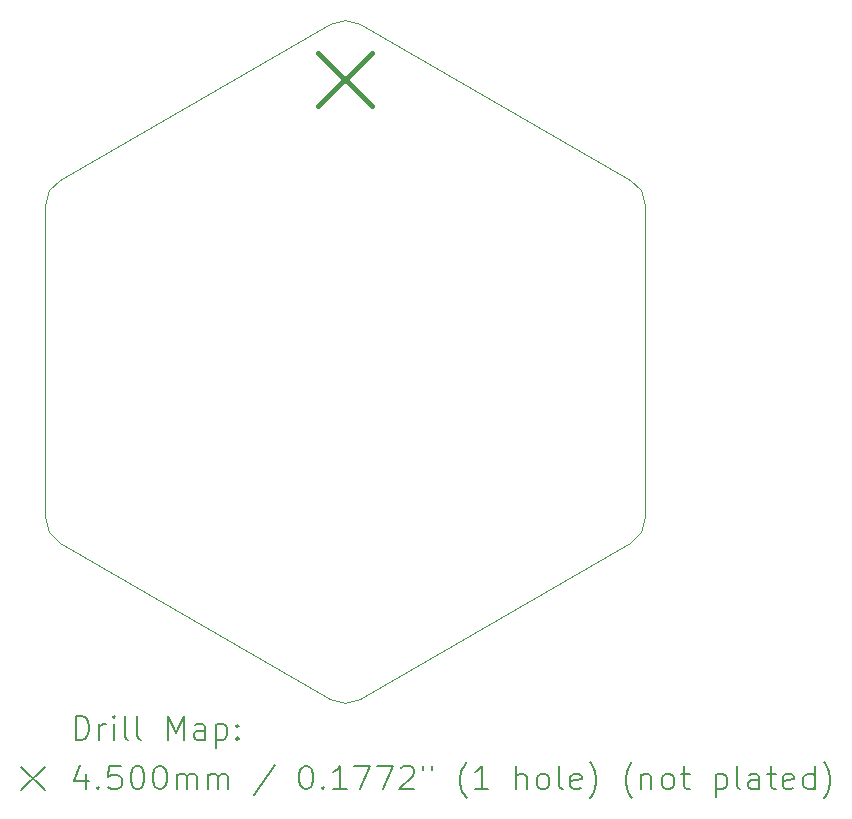
<source format=gbr>
%FSLAX45Y45*%
G04 Gerber Fmt 4.5, Leading zero omitted, Abs format (unit mm)*
G04 Created by KiCad (PCBNEW (6.0.0)) date 2022-03-25 14:07:22*
%MOMM*%
%LPD*%
G01*
G04 APERTURE LIST*
%TA.AperFunction,Profile*%
%ADD10C,0.003904*%
%TD*%
%ADD11C,0.200000*%
%ADD12C,0.450000*%
G04 APERTURE END LIST*
D10*
X15100000Y-6100000D02*
X15226580Y-6133917D01*
X14973420Y-11851945D02*
X12687316Y-10532043D01*
X12594653Y-7546454D02*
X12687316Y-7453791D01*
X17512684Y-10532043D02*
X15226580Y-11851945D01*
X17605347Y-7546447D02*
X17639264Y-7673027D01*
X17639264Y-7673027D02*
X17639265Y-10312816D01*
X12594653Y-10439380D02*
X12560736Y-10312800D01*
X15226580Y-11851945D02*
X15100000Y-11885862D01*
X12560736Y-10312800D02*
X12560736Y-7673034D01*
X17512685Y-10532059D02*
X17512684Y-10532043D01*
X17512684Y-7453784D02*
X17605347Y-7546447D01*
X12687316Y-10532043D02*
X12594653Y-10439380D01*
X17639265Y-10312816D02*
X17605348Y-10439396D01*
X15100000Y-11885862D02*
X14973420Y-11851945D01*
X12687316Y-7453791D02*
X14973420Y-6133917D01*
X14973420Y-6133917D02*
X15100000Y-6100000D01*
X12560736Y-7673034D02*
X12594653Y-7546454D01*
X15226580Y-6133917D02*
X17512684Y-7453784D01*
X17605348Y-10439396D02*
X17512685Y-10532059D01*
D11*
D12*
X14875000Y-6385000D02*
X15325000Y-6835000D01*
X15325000Y-6385000D02*
X14875000Y-6835000D01*
D11*
X12818160Y-12196534D02*
X12818160Y-11996534D01*
X12865779Y-11996534D01*
X12894351Y-12006058D01*
X12913398Y-12025105D01*
X12922922Y-12044153D01*
X12932446Y-12082248D01*
X12932446Y-12110819D01*
X12922922Y-12148915D01*
X12913398Y-12167962D01*
X12894351Y-12187010D01*
X12865779Y-12196534D01*
X12818160Y-12196534D01*
X13018160Y-12196534D02*
X13018160Y-12063200D01*
X13018160Y-12101296D02*
X13027684Y-12082248D01*
X13037208Y-12072724D01*
X13056255Y-12063200D01*
X13075303Y-12063200D01*
X13141970Y-12196534D02*
X13141970Y-12063200D01*
X13141970Y-11996534D02*
X13132446Y-12006058D01*
X13141970Y-12015581D01*
X13151493Y-12006058D01*
X13141970Y-11996534D01*
X13141970Y-12015581D01*
X13265779Y-12196534D02*
X13246732Y-12187010D01*
X13237208Y-12167962D01*
X13237208Y-11996534D01*
X13370541Y-12196534D02*
X13351493Y-12187010D01*
X13341970Y-12167962D01*
X13341970Y-11996534D01*
X13599113Y-12196534D02*
X13599113Y-11996534D01*
X13665779Y-12139391D01*
X13732446Y-11996534D01*
X13732446Y-12196534D01*
X13913398Y-12196534D02*
X13913398Y-12091772D01*
X13903874Y-12072724D01*
X13884827Y-12063200D01*
X13846732Y-12063200D01*
X13827684Y-12072724D01*
X13913398Y-12187010D02*
X13894351Y-12196534D01*
X13846732Y-12196534D01*
X13827684Y-12187010D01*
X13818160Y-12167962D01*
X13818160Y-12148915D01*
X13827684Y-12129867D01*
X13846732Y-12120343D01*
X13894351Y-12120343D01*
X13913398Y-12110819D01*
X14008636Y-12063200D02*
X14008636Y-12263200D01*
X14008636Y-12072724D02*
X14027684Y-12063200D01*
X14065779Y-12063200D01*
X14084827Y-12072724D01*
X14094351Y-12082248D01*
X14103874Y-12101296D01*
X14103874Y-12158438D01*
X14094351Y-12177486D01*
X14084827Y-12187010D01*
X14065779Y-12196534D01*
X14027684Y-12196534D01*
X14008636Y-12187010D01*
X14189589Y-12177486D02*
X14199113Y-12187010D01*
X14189589Y-12196534D01*
X14180065Y-12187010D01*
X14189589Y-12177486D01*
X14189589Y-12196534D01*
X14189589Y-12072724D02*
X14199113Y-12082248D01*
X14189589Y-12091772D01*
X14180065Y-12082248D01*
X14189589Y-12072724D01*
X14189589Y-12091772D01*
X12360541Y-12426058D02*
X12560541Y-12626058D01*
X12560541Y-12426058D02*
X12360541Y-12626058D01*
X12903874Y-12483200D02*
X12903874Y-12616534D01*
X12856255Y-12407010D02*
X12808636Y-12549867D01*
X12932446Y-12549867D01*
X13008636Y-12597486D02*
X13018160Y-12607010D01*
X13008636Y-12616534D01*
X12999113Y-12607010D01*
X13008636Y-12597486D01*
X13008636Y-12616534D01*
X13199113Y-12416534D02*
X13103874Y-12416534D01*
X13094351Y-12511772D01*
X13103874Y-12502248D01*
X13122922Y-12492724D01*
X13170541Y-12492724D01*
X13189589Y-12502248D01*
X13199113Y-12511772D01*
X13208636Y-12530819D01*
X13208636Y-12578438D01*
X13199113Y-12597486D01*
X13189589Y-12607010D01*
X13170541Y-12616534D01*
X13122922Y-12616534D01*
X13103874Y-12607010D01*
X13094351Y-12597486D01*
X13332446Y-12416534D02*
X13351493Y-12416534D01*
X13370541Y-12426058D01*
X13380065Y-12435581D01*
X13389589Y-12454629D01*
X13399113Y-12492724D01*
X13399113Y-12540343D01*
X13389589Y-12578438D01*
X13380065Y-12597486D01*
X13370541Y-12607010D01*
X13351493Y-12616534D01*
X13332446Y-12616534D01*
X13313398Y-12607010D01*
X13303874Y-12597486D01*
X13294351Y-12578438D01*
X13284827Y-12540343D01*
X13284827Y-12492724D01*
X13294351Y-12454629D01*
X13303874Y-12435581D01*
X13313398Y-12426058D01*
X13332446Y-12416534D01*
X13522922Y-12416534D02*
X13541970Y-12416534D01*
X13561017Y-12426058D01*
X13570541Y-12435581D01*
X13580065Y-12454629D01*
X13589589Y-12492724D01*
X13589589Y-12540343D01*
X13580065Y-12578438D01*
X13570541Y-12597486D01*
X13561017Y-12607010D01*
X13541970Y-12616534D01*
X13522922Y-12616534D01*
X13503874Y-12607010D01*
X13494351Y-12597486D01*
X13484827Y-12578438D01*
X13475303Y-12540343D01*
X13475303Y-12492724D01*
X13484827Y-12454629D01*
X13494351Y-12435581D01*
X13503874Y-12426058D01*
X13522922Y-12416534D01*
X13675303Y-12616534D02*
X13675303Y-12483200D01*
X13675303Y-12502248D02*
X13684827Y-12492724D01*
X13703874Y-12483200D01*
X13732446Y-12483200D01*
X13751493Y-12492724D01*
X13761017Y-12511772D01*
X13761017Y-12616534D01*
X13761017Y-12511772D02*
X13770541Y-12492724D01*
X13789589Y-12483200D01*
X13818160Y-12483200D01*
X13837208Y-12492724D01*
X13846732Y-12511772D01*
X13846732Y-12616534D01*
X13941970Y-12616534D02*
X13941970Y-12483200D01*
X13941970Y-12502248D02*
X13951493Y-12492724D01*
X13970541Y-12483200D01*
X13999113Y-12483200D01*
X14018160Y-12492724D01*
X14027684Y-12511772D01*
X14027684Y-12616534D01*
X14027684Y-12511772D02*
X14037208Y-12492724D01*
X14056255Y-12483200D01*
X14084827Y-12483200D01*
X14103874Y-12492724D01*
X14113398Y-12511772D01*
X14113398Y-12616534D01*
X14503874Y-12407010D02*
X14332446Y-12664153D01*
X14761017Y-12416534D02*
X14780065Y-12416534D01*
X14799113Y-12426058D01*
X14808636Y-12435581D01*
X14818160Y-12454629D01*
X14827684Y-12492724D01*
X14827684Y-12540343D01*
X14818160Y-12578438D01*
X14808636Y-12597486D01*
X14799113Y-12607010D01*
X14780065Y-12616534D01*
X14761017Y-12616534D01*
X14741970Y-12607010D01*
X14732446Y-12597486D01*
X14722922Y-12578438D01*
X14713398Y-12540343D01*
X14713398Y-12492724D01*
X14722922Y-12454629D01*
X14732446Y-12435581D01*
X14741970Y-12426058D01*
X14761017Y-12416534D01*
X14913398Y-12597486D02*
X14922922Y-12607010D01*
X14913398Y-12616534D01*
X14903874Y-12607010D01*
X14913398Y-12597486D01*
X14913398Y-12616534D01*
X15113398Y-12616534D02*
X14999113Y-12616534D01*
X15056255Y-12616534D02*
X15056255Y-12416534D01*
X15037208Y-12445105D01*
X15018160Y-12464153D01*
X14999113Y-12473677D01*
X15180065Y-12416534D02*
X15313398Y-12416534D01*
X15227684Y-12616534D01*
X15370541Y-12416534D02*
X15503874Y-12416534D01*
X15418160Y-12616534D01*
X15570541Y-12435581D02*
X15580065Y-12426058D01*
X15599113Y-12416534D01*
X15646732Y-12416534D01*
X15665779Y-12426058D01*
X15675303Y-12435581D01*
X15684827Y-12454629D01*
X15684827Y-12473677D01*
X15675303Y-12502248D01*
X15561017Y-12616534D01*
X15684827Y-12616534D01*
X15761017Y-12416534D02*
X15761017Y-12454629D01*
X15837208Y-12416534D02*
X15837208Y-12454629D01*
X16132446Y-12692724D02*
X16122922Y-12683200D01*
X16103874Y-12654629D01*
X16094351Y-12635581D01*
X16084827Y-12607010D01*
X16075303Y-12559391D01*
X16075303Y-12521296D01*
X16084827Y-12473677D01*
X16094351Y-12445105D01*
X16103874Y-12426058D01*
X16122922Y-12397486D01*
X16132446Y-12387962D01*
X16313398Y-12616534D02*
X16199113Y-12616534D01*
X16256255Y-12616534D02*
X16256255Y-12416534D01*
X16237208Y-12445105D01*
X16218160Y-12464153D01*
X16199113Y-12473677D01*
X16551493Y-12616534D02*
X16551493Y-12416534D01*
X16637208Y-12616534D02*
X16637208Y-12511772D01*
X16627684Y-12492724D01*
X16608636Y-12483200D01*
X16580065Y-12483200D01*
X16561017Y-12492724D01*
X16551493Y-12502248D01*
X16761017Y-12616534D02*
X16741970Y-12607010D01*
X16732446Y-12597486D01*
X16722922Y-12578438D01*
X16722922Y-12521296D01*
X16732446Y-12502248D01*
X16741970Y-12492724D01*
X16761017Y-12483200D01*
X16789589Y-12483200D01*
X16808636Y-12492724D01*
X16818160Y-12502248D01*
X16827684Y-12521296D01*
X16827684Y-12578438D01*
X16818160Y-12597486D01*
X16808636Y-12607010D01*
X16789589Y-12616534D01*
X16761017Y-12616534D01*
X16941970Y-12616534D02*
X16922922Y-12607010D01*
X16913398Y-12587962D01*
X16913398Y-12416534D01*
X17094351Y-12607010D02*
X17075303Y-12616534D01*
X17037208Y-12616534D01*
X17018160Y-12607010D01*
X17008636Y-12587962D01*
X17008636Y-12511772D01*
X17018160Y-12492724D01*
X17037208Y-12483200D01*
X17075303Y-12483200D01*
X17094351Y-12492724D01*
X17103875Y-12511772D01*
X17103875Y-12530819D01*
X17008636Y-12549867D01*
X17170541Y-12692724D02*
X17180065Y-12683200D01*
X17199113Y-12654629D01*
X17208636Y-12635581D01*
X17218160Y-12607010D01*
X17227684Y-12559391D01*
X17227684Y-12521296D01*
X17218160Y-12473677D01*
X17208636Y-12445105D01*
X17199113Y-12426058D01*
X17180065Y-12397486D01*
X17170541Y-12387962D01*
X17532446Y-12692724D02*
X17522922Y-12683200D01*
X17503875Y-12654629D01*
X17494351Y-12635581D01*
X17484827Y-12607010D01*
X17475303Y-12559391D01*
X17475303Y-12521296D01*
X17484827Y-12473677D01*
X17494351Y-12445105D01*
X17503875Y-12426058D01*
X17522922Y-12397486D01*
X17532446Y-12387962D01*
X17608636Y-12483200D02*
X17608636Y-12616534D01*
X17608636Y-12502248D02*
X17618160Y-12492724D01*
X17637208Y-12483200D01*
X17665779Y-12483200D01*
X17684827Y-12492724D01*
X17694351Y-12511772D01*
X17694351Y-12616534D01*
X17818160Y-12616534D02*
X17799113Y-12607010D01*
X17789589Y-12597486D01*
X17780065Y-12578438D01*
X17780065Y-12521296D01*
X17789589Y-12502248D01*
X17799113Y-12492724D01*
X17818160Y-12483200D01*
X17846732Y-12483200D01*
X17865779Y-12492724D01*
X17875303Y-12502248D01*
X17884827Y-12521296D01*
X17884827Y-12578438D01*
X17875303Y-12597486D01*
X17865779Y-12607010D01*
X17846732Y-12616534D01*
X17818160Y-12616534D01*
X17941970Y-12483200D02*
X18018160Y-12483200D01*
X17970541Y-12416534D02*
X17970541Y-12587962D01*
X17980065Y-12607010D01*
X17999113Y-12616534D01*
X18018160Y-12616534D01*
X18237208Y-12483200D02*
X18237208Y-12683200D01*
X18237208Y-12492724D02*
X18256255Y-12483200D01*
X18294351Y-12483200D01*
X18313398Y-12492724D01*
X18322922Y-12502248D01*
X18332446Y-12521296D01*
X18332446Y-12578438D01*
X18322922Y-12597486D01*
X18313398Y-12607010D01*
X18294351Y-12616534D01*
X18256255Y-12616534D01*
X18237208Y-12607010D01*
X18446732Y-12616534D02*
X18427684Y-12607010D01*
X18418160Y-12587962D01*
X18418160Y-12416534D01*
X18608636Y-12616534D02*
X18608636Y-12511772D01*
X18599113Y-12492724D01*
X18580065Y-12483200D01*
X18541970Y-12483200D01*
X18522922Y-12492724D01*
X18608636Y-12607010D02*
X18589589Y-12616534D01*
X18541970Y-12616534D01*
X18522922Y-12607010D01*
X18513398Y-12587962D01*
X18513398Y-12568915D01*
X18522922Y-12549867D01*
X18541970Y-12540343D01*
X18589589Y-12540343D01*
X18608636Y-12530819D01*
X18675303Y-12483200D02*
X18751494Y-12483200D01*
X18703875Y-12416534D02*
X18703875Y-12587962D01*
X18713398Y-12607010D01*
X18732446Y-12616534D01*
X18751494Y-12616534D01*
X18894351Y-12607010D02*
X18875303Y-12616534D01*
X18837208Y-12616534D01*
X18818160Y-12607010D01*
X18808636Y-12587962D01*
X18808636Y-12511772D01*
X18818160Y-12492724D01*
X18837208Y-12483200D01*
X18875303Y-12483200D01*
X18894351Y-12492724D01*
X18903875Y-12511772D01*
X18903875Y-12530819D01*
X18808636Y-12549867D01*
X19075303Y-12616534D02*
X19075303Y-12416534D01*
X19075303Y-12607010D02*
X19056255Y-12616534D01*
X19018160Y-12616534D01*
X18999113Y-12607010D01*
X18989589Y-12597486D01*
X18980065Y-12578438D01*
X18980065Y-12521296D01*
X18989589Y-12502248D01*
X18999113Y-12492724D01*
X19018160Y-12483200D01*
X19056255Y-12483200D01*
X19075303Y-12492724D01*
X19151494Y-12692724D02*
X19161017Y-12683200D01*
X19180065Y-12654629D01*
X19189589Y-12635581D01*
X19199113Y-12607010D01*
X19208636Y-12559391D01*
X19208636Y-12521296D01*
X19199113Y-12473677D01*
X19189589Y-12445105D01*
X19180065Y-12426058D01*
X19161017Y-12397486D01*
X19151494Y-12387962D01*
M02*

</source>
